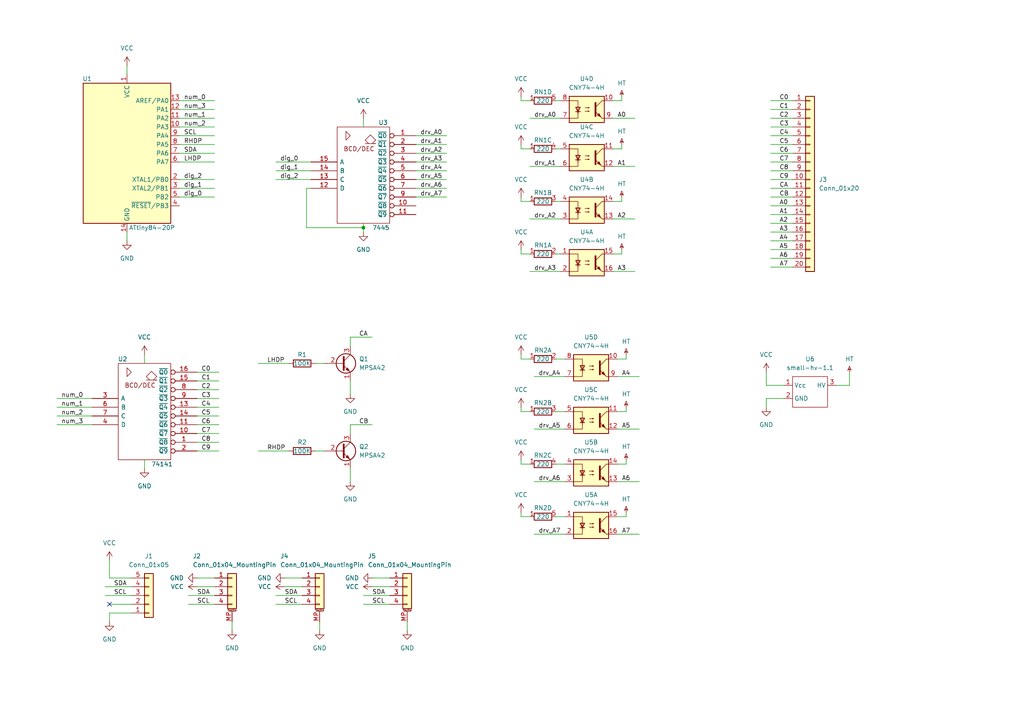
<source format=kicad_sch>
(kicad_sch (version 20211123) (generator eeschema)
  (paper "A4")
  (lib_symbols
    (symbol "74xx_IEEE:74141" (pin_names (offset 0.762))
      (property "Reference" "U" (at 0 0 0))
      (property "Value" "74141" (at 7.62 -15.24 0))
      (symbol "74141_0_0"
        (polyline (pts (xy 3.556 9.144) (xy 3.048 9.144) (xy 3.048 9.144)))
        (polyline (pts (xy -5.08 12.7) (xy -5.08 10.16) (xy -3.81 11.43) (xy -5.08 12.7) (xy -5.08 12.7)))
        (polyline (pts (xy 2.54 9.144) (xy 3.556 10.16) (xy 2.032 11.684) (xy 0.508 10.16) (xy 1.524 9.144) (xy 0.508 9.144) (xy 3.556 9.144)))
        (text "BCD/DEC" (at -1.27 7.62 0) (effects (font (size 1.27 1.27))))
        (pin power_in line (at 0 -13.97 90) (length 0) hide (name "GND") (number "12"))
        (pin power_in line (at 0 13.97 270) (length 0) hide (name "VCC") (number "5"))
      )
      (symbol "74141_0_1"
        (rectangle (start -7.62 13.97) (end 7.62 -13.97))
      )
      (symbol "74141_1_1"
        (pin open_collector inverted (at 15.24 -8.89 180) (length 7.62) (name "~{Q8}") (number "1"))
        (pin open_collector inverted (at 15.24 -6.35 180) (length 7.62) (name "~{Q7}") (number "10"))
        (pin open_collector inverted (at 15.24 -3.81 180) (length 7.62) (name "~{Q6}") (number "11"))
        (pin open_collector inverted (at 15.24 1.27 180) (length 7.62) (name "~{Q4}") (number "13"))
        (pin open_collector inverted (at 15.24 -1.27 180) (length 7.62) (name "~{Q5}") (number "14"))
        (pin open_collector inverted (at 15.24 8.89 180) (length 7.62) (name "~{Q1}") (number "15"))
        (pin open_collector inverted (at 15.24 11.43 180) (length 7.62) (name "~{Q0}") (number "16"))
        (pin open_collector inverted (at 15.24 -11.43 180) (length 7.62) (name "~{Q9}") (number "2"))
        (pin input line (at -15.24 3.81 0) (length 7.62) (name "A") (number "3"))
        (pin input line (at -15.24 -3.81 0) (length 7.62) (name "D") (number "4"))
        (pin input line (at -15.24 1.27 0) (length 7.62) (name "B") (number "6"))
        (pin input line (at -15.24 -1.27 0) (length 7.62) (name "C") (number "7"))
        (pin open_collector inverted (at 15.24 6.35 180) (length 7.62) (name "~{Q2}") (number "8"))
        (pin open_collector inverted (at 15.24 3.81 180) (length 7.62) (name "~{Q3}") (number "9"))
      )
    )
    (symbol "74xx_IEEE:7445" (pin_names (offset 0.762))
      (property "Reference" "U" (at 6.35 15.24 0))
      (property "Value" "7445" (at 7.62 -15.24 0))
      (symbol "7445_0_0"
        (polyline (pts (xy 3.556 9.144) (xy 3.048 9.144) (xy 3.048 9.144)))
        (polyline (pts (xy -5.08 12.7) (xy -5.08 10.16) (xy -3.81 11.43) (xy -5.08 12.7) (xy -5.08 12.7)))
        (polyline (pts (xy 2.54 9.144) (xy 3.556 10.16) (xy 2.032 11.684) (xy 0.508 10.16) (xy 1.524 9.144) (xy 0.508 9.144) (xy 3.556 9.144)))
        (text "BCD/DEC" (at -1.27 7.62 0) (effects (font (size 1.27 1.27))))
        (pin power_in line (at 0 13.97 270) (length 0) hide (name "VCC") (number "16"))
        (pin power_in line (at 0 -13.97 90) (length 0) hide (name "GND") (number "8"))
      )
      (symbol "7445_0_1"
        (rectangle (start -7.62 13.97) (end 7.62 -13.97))
      )
      (symbol "7445_1_1"
        (pin open_collector inverted (at 15.24 11.43 180) (length 7.62) (name "~{Q0}") (number "1"))
        (pin open_collector inverted (at 15.24 -8.89 180) (length 7.62) (name "~{Q8}") (number "10"))
        (pin open_collector inverted (at 15.24 -11.43 180) (length 7.62) (name "~{Q9}") (number "11"))
        (pin input line (at -15.24 -3.81 0) (length 7.62) (name "D") (number "12"))
        (pin input line (at -15.24 -1.27 0) (length 7.62) (name "C") (number "13"))
        (pin input line (at -15.24 1.27 0) (length 7.62) (name "B") (number "14"))
        (pin input line (at -15.24 3.81 0) (length 7.62) (name "A") (number "15"))
        (pin open_collector inverted (at 15.24 8.89 180) (length 7.62) (name "~{Q1}") (number "2"))
        (pin open_collector inverted (at 15.24 6.35 180) (length 7.62) (name "~{Q2}") (number "3"))
        (pin open_collector inverted (at 15.24 3.81 180) (length 7.62) (name "~{Q3}") (number "4"))
        (pin open_collector inverted (at 15.24 1.27 180) (length 7.62) (name "~{Q4}") (number "5"))
        (pin open_collector inverted (at 15.24 -1.27 180) (length 7.62) (name "~{Q5}") (number "6"))
        (pin open_collector inverted (at 15.24 -3.81 180) (length 7.62) (name "~{Q6}") (number "7"))
        (pin open_collector inverted (at 15.24 -6.35 180) (length 7.62) (name "~{Q7}") (number "9"))
      )
    )
    (symbol "Connector_Generic:Conn_01x05" (pin_names (offset 1.016) hide)
      (property "Reference" "J" (at 0 7.62 0))
      (property "Value" "Conn_01x05" (at 0 -7.62 0))
      (symbol "Conn_01x05_1_1"
        (rectangle (start -1.27 -4.953) (end 0 -5.207) (stroke (width 0.1524)))
        (rectangle (start -1.27 -2.413) (end 0 -2.667) (stroke (width 0.1524)))
        (rectangle (start -1.27 0.127) (end 0 -0.127) (stroke (width 0.1524)))
        (rectangle (start -1.27 2.667) (end 0 2.413) (stroke (width 0.1524)))
        (rectangle (start -1.27 5.207) (end 0 4.953) (stroke (width 0.1524)))
        (rectangle (start -1.27 6.35) (end 1.27 -6.35) (stroke (width 0.254)) (fill (type background)))
        (pin passive line (at -5.08 5.08 0) (length 3.81) (name "Pin_1") (number "1"))
        (pin passive line (at -5.08 2.54 0) (length 3.81) (name "Pin_2") (number "2"))
        (pin passive line (at -5.08 0 0) (length 3.81) (name "Pin_3") (number "3"))
        (pin passive line (at -5.08 -2.54 0) (length 3.81) (name "Pin_4") (number "4"))
        (pin passive line (at -5.08 -5.08 0) (length 3.81) (name "Pin_5") (number "5"))
      )
    )
    (symbol "Connector_Generic:Conn_01x20" (pin_names (offset 1.016) hide)
      (property "Reference" "J" (at 0 25.4 0))
      (property "Value" "Conn_01x20" (at 0 -27.94 0))
      (symbol "Conn_01x20_1_1"
        (rectangle (start -1.27 -25.273) (end 0 -25.527) (stroke (width 0.1524)))
        (rectangle (start -1.27 -22.733) (end 0 -22.987) (stroke (width 0.1524)))
        (rectangle (start -1.27 -20.193) (end 0 -20.447) (stroke (width 0.1524)))
        (rectangle (start -1.27 -17.653) (end 0 -17.907) (stroke (width 0.1524)))
        (rectangle (start -1.27 -15.113) (end 0 -15.367) (stroke (width 0.1524)))
        (rectangle (start -1.27 -12.573) (end 0 -12.827) (stroke (width 0.1524)))
        (rectangle (start -1.27 -10.033) (end 0 -10.287) (stroke (width 0.1524)))
        (rectangle (start -1.27 -7.493) (end 0 -7.747) (stroke (width 0.1524)))
        (rectangle (start -1.27 -4.953) (end 0 -5.207) (stroke (width 0.1524)))
        (rectangle (start -1.27 -2.413) (end 0 -2.667) (stroke (width 0.1524)))
        (rectangle (start -1.27 0.127) (end 0 -0.127) (stroke (width 0.1524)))
        (rectangle (start -1.27 2.667) (end 0 2.413) (stroke (width 0.1524)))
        (rectangle (start -1.27 5.207) (end 0 4.953) (stroke (width 0.1524)))
        (rectangle (start -1.27 7.747) (end 0 7.493) (stroke (width 0.1524)))
        (rectangle (start -1.27 10.287) (end 0 10.033) (stroke (width 0.1524)))
        (rectangle (start -1.27 12.827) (end 0 12.573) (stroke (width 0.1524)))
        (rectangle (start -1.27 15.367) (end 0 15.113) (stroke (width 0.1524)))
        (rectangle (start -1.27 17.907) (end 0 17.653) (stroke (width 0.1524)))
        (rectangle (start -1.27 20.447) (end 0 20.193) (stroke (width 0.1524)))
        (rectangle (start -1.27 22.987) (end 0 22.733) (stroke (width 0.1524)))
        (rectangle (start -1.27 24.13) (end 1.27 -26.67) (stroke (width 0.254)) (fill (type background)))
        (pin passive line (at -5.08 22.86 0) (length 3.81) (name "Pin_1") (number "1"))
        (pin passive line (at -5.08 0 0) (length 3.81) (name "Pin_10") (number "10"))
        (pin passive line (at -5.08 -2.54 0) (length 3.81) (name "Pin_11") (number "11"))
        (pin passive line (at -5.08 -5.08 0) (length 3.81) (name "Pin_12") (number "12"))
        (pin passive line (at -5.08 -7.62 0) (length 3.81) (name "Pin_13") (number "13"))
        (pin passive line (at -5.08 -10.16 0) (length 3.81) (name "Pin_14") (number "14"))
        (pin passive line (at -5.08 -12.7 0) (length 3.81) (name "Pin_15") (number "15"))
        (pin passive line (at -5.08 -15.24 0) (length 3.81) (name "Pin_16") (number "16"))
        (pin passive line (at -5.08 -17.78 0) (length 3.81) (name "Pin_17") (number "17"))
        (pin passive line (at -5.08 -20.32 0) (length 3.81) (name "Pin_18") (number "18"))
        (pin passive line (at -5.08 -22.86 0) (length 3.81) (name "Pin_19") (number "19"))
        (pin passive line (at -5.08 20.32 0) (length 3.81) (name "Pin_2") (number "2"))
        (pin passive line (at -5.08 -25.4 0) (length 3.81) (name "Pin_20") (number "20"))
        (pin passive line (at -5.08 17.78 0) (length 3.81) (name "Pin_3") (number "3"))
        (pin passive line (at -5.08 15.24 0) (length 3.81) (name "Pin_4") (number "4"))
        (pin passive line (at -5.08 12.7 0) (length 3.81) (name "Pin_5") (number "5"))
        (pin passive line (at -5.08 10.16 0) (length 3.81) (name "Pin_6") (number "6"))
        (pin passive line (at -5.08 7.62 0) (length 3.81) (name "Pin_7") (number "7"))
        (pin passive line (at -5.08 5.08 0) (length 3.81) (name "Pin_8") (number "8"))
        (pin passive line (at -5.08 2.54 0) (length 3.81) (name "Pin_9") (number "9"))
      )
    )
    (symbol "Connector_Generic_MountingPin:Conn_01x04_MountingPin" (pin_names (offset 1.016) hide)
      (property "Reference" "J" (at 0 5.08 0))
      (property "Value" "Conn_01x04_MountingPin" (at 1.27 -7.62 0))
      (symbol "Conn_01x04_MountingPin_1_1"
        (rectangle (start -1.27 -4.953) (end 0 -5.207) (stroke (width 0.1524)))
        (rectangle (start -1.27 -2.413) (end 0 -2.667) (stroke (width 0.1524)))
        (rectangle (start -1.27 0.127) (end 0 -0.127) (stroke (width 0.1524)))
        (rectangle (start -1.27 2.667) (end 0 2.413) (stroke (width 0.1524)))
        (rectangle (start -1.27 3.81) (end 1.27 -6.35) (stroke (width 0.254)) (fill (type background)))
        (polyline (pts (xy -1.016 -7.112) (xy 1.016 -7.112)) (stroke (width 0.1524)))
        (text "Mounting" (at 0 -6.731 0) (effects (font (size 0.381 0.381))))
        (pin passive line (at -5.08 2.54 0) (length 3.81) (name "Pin_1") (number "1"))
        (pin passive line (at -5.08 0 0) (length 3.81) (name "Pin_2") (number "2"))
        (pin passive line (at -5.08 -2.54 0) (length 3.81) (name "Pin_3") (number "3"))
        (pin passive line (at -5.08 -5.08 0) (length 3.81) (name "Pin_4") (number "4"))
        (pin passive line (at 0 -10.16 90) (length 3.048) (name "MountPin") (number "MP"))
      )
    )
    (symbol "Device:R" (pin_numbers hide) (pin_names (offset 0))
      (property "Reference" "R" (at 2.032 0 90))
      (property "Value" "R" (at 0 0 90))
      (symbol "R_0_1"
        (rectangle (start -1.016 -2.54) (end 1.016 2.54) (stroke (width 0.254)))
      )
      (symbol "R_1_1"
        (pin passive line (at 0 3.81 270) (length 1.27) (name "~") (number "1"))
        (pin passive line (at 0 -3.81 90) (length 1.27) (name "~") (number "2"))
      )
    )
    (symbol "Device:R_Network04_Split" (pin_names (offset 0) hide)
      (property "Reference" "RN" (at 2.032 0 90))
      (property "Value" "R_Network04_Split" (at 0 0 90))
      (symbol "R_Network04_Split_0_1"
        (rectangle (start 1.016 2.54) (end -1.016 -2.54) (stroke (width 0.254)))
      )
      (symbol "R_Network04_Split_1_1"
        (pin passive line (at 0 3.81 270) (length 1.27) (name "R1.1") (number "1"))
        (pin passive line (at 0 -3.81 90) (length 1.27) (name "R1.2") (number "2"))
      )
      (symbol "R_Network04_Split_2_1"
        (polyline (pts (xy 0 2.54) (xy 0 3.81)))
        (text "1" (at 0.889 3.175 900) (effects (font (size 1.27 1.27))))
        (pin passive line (at 0 -3.81 90) (length 1.27) (name "R2.2") (number "3"))
      )
      (symbol "R_Network04_Split_3_1"
        (polyline (pts (xy 0 2.54) (xy 0 3.81)))
        (text "1" (at 0.889 3.175 900) (effects (font (size 1.27 1.27))))
        (pin passive line (at 0 -3.81 90) (length 1.27) (name "R3.2") (number "4"))
      )
      (symbol "R_Network04_Split_4_1"
        (polyline (pts (xy 0 2.54) (xy 0 3.81)))
        (text "1" (at 0.889 3.175 900) (effects (font (size 1.27 1.27))))
        (pin passive line (at 0 -3.81 90) (length 1.27) (name "R4.2") (number "5"))
      )
    )
    (symbol "GND_1" (power) (pin_names (offset 0))
      (property "Value" "GND_1" (at 0 -3.81 0))
      (symbol "GND_1_0_1"
        (polyline (pts (xy 0 0) (xy 0 -1.27) (xy 1.27 -1.27) (xy 0 -2.54) (xy -1.27 -1.27) (xy 0 -1.27)))
      )
      (symbol "GND_1_1_1"
        (pin power_in line (at 0 0 270) (length 0) hide (name "GND") (number "1"))
      )
    )
    (symbol "HT_1" (power) (pin_names (offset 0))
      (property "Value" "HT_1" (at 0 2.286 0))
      (symbol "HT_1_0_0"
        (pin power_in line (at 0 0 90) (length 0) hide (name "HT") (number "1"))
      )
      (symbol "HT_1_0_1"
        (polyline (pts (xy 0 0) (xy 0 1.016) (xy 0 1.016)))
        (polyline (pts (xy 0 1.016) (xy 0.508 0.508) (xy 0 1.778) (xy -0.508 0.508) (xy 0 1.016) (xy 0 1.016)))
      )
    )
    (symbol "MCU_Microchip_ATtiny:ATtiny84-20P"
      (property "Reference" "U" (at -12.7 21.59 0))
      (property "Value" "ATtiny84-20P" (at 2.54 -21.59 0))
      (symbol "ATtiny84-20P_0_1"
        (rectangle (start -12.7 -20.32) (end 12.7 20.32) (stroke (width 0.254)) (fill (type background)))
      )
      (symbol "ATtiny84-20P_1_1"
        (pin power_in line (at 0 22.86 270) (length 2.54) (name "VCC") (number "1"))
        (pin bidirectional line (at 15.24 7.62 180) (length 2.54) (name "PA3") (number "10"))
        (pin bidirectional line (at 15.24 10.16 180) (length 2.54) (name "PA2") (number "11"))
        (pin bidirectional line (at 15.24 12.7 180) (length 2.54) (name "PA1") (number "12"))
        (pin bidirectional line (at 15.24 15.24 180) (length 2.54) (name "AREF/PA0") (number "13"))
        (pin power_in line (at 0 -22.86 90) (length 2.54) (name "GND") (number "14"))
        (pin bidirectional line (at 15.24 -7.62 180) (length 2.54) (name "XTAL1/PB0") (number "2"))
        (pin bidirectional line (at 15.24 -10.16 180) (length 2.54) (name "XTAL2/PB1") (number "3"))
        (pin bidirectional line (at 15.24 -15.24 180) (length 2.54) (name "~{RESET}/PB3") (number "4"))
        (pin bidirectional line (at 15.24 -12.7 180) (length 2.54) (name "PB2") (number "5"))
        (pin bidirectional line (at 15.24 -2.54 180) (length 2.54) (name "PA7") (number "6"))
        (pin bidirectional line (at 15.24 0 180) (length 2.54) (name "PA6") (number "7"))
        (pin bidirectional line (at 15.24 2.54 180) (length 2.54) (name "PA5") (number "8"))
        (pin bidirectional line (at 15.24 5.08 180) (length 2.54) (name "PA4") (number "9"))
      )
    )
    (symbol "Transistor_BJT:MPSA42" (pin_names (offset 1.016) hide)
      (property "Reference" "Q" (at 5.08 1.905 0))
      (property "Value" "MPSA42" (at 5.08 0 0))
      (symbol "MPSA42_0_1"
        (polyline (pts (xy 0 0) (xy 0.635 0)))
        (polyline (pts (xy 0.635 0.635) (xy 2.54 2.54)))
        (polyline (pts (xy 0.635 -0.635) (xy 2.54 -2.54) (xy 2.54 -2.54)))
        (polyline (pts (xy 0.635 1.905) (xy 0.635 -1.905) (xy 0.635 -1.905)) (stroke (width 0.508)))
        (polyline (pts (xy 1.27 -1.778) (xy 1.778 -1.27) (xy 2.286 -2.286) (xy 1.27 -1.778) (xy 1.27 -1.778)) (fill (type outline)))
        (circle (center 1.27 0) (radius 2.8194) (stroke (width 0.254)))
      )
      (symbol "MPSA42_1_1"
        (pin passive line (at 2.54 -5.08 90) (length 2.54) (name "E") (number "1"))
        (pin input line (at -5.08 0 0) (length 5.08) (name "B") (number "2"))
        (pin passive line (at 2.54 5.08 270) (length 2.54) (name "C") (number "3"))
      )
    )
    (symbol "VCC_1" (power) (pin_names (offset 0))
      (property "Value" "VCC_1" (at 0 3.81 0))
      (symbol "VCC_1_0_1"
        (polyline (pts (xy -0.762 1.27) (xy 0 2.54)))
        (polyline (pts (xy 0 0) (xy 0 2.54)))
        (polyline (pts (xy 0 2.54) (xy 0.762 1.27)))
      )
      (symbol "VCC_1_1_1"
        (pin power_in line (at 0 0 90) (length 0) hide (name "VCC") (number "1"))
      )
    )
    (symbol "VCC_2" (power) (pin_names (offset 0))
      (property "Value" "VCC_2" (at 0 3.81 0))
      (symbol "VCC_2_0_1"
        (polyline (pts (xy -0.762 1.27) (xy 0 2.54)))
        (polyline (pts (xy 0 0) (xy 0 2.54)))
        (polyline (pts (xy 0 2.54) (xy 0.762 1.27)))
      )
      (symbol "VCC_2_1_1"
        (pin power_in line (at 0 0 90) (length 0) hide (name "VCC") (number "1"))
      )
    )
    (symbol "nixie-parts:CNY74-4H" (pin_names (offset 1.016))
      (property "Reference" "U" (at -3.81 5.08 0))
      (property "Value" "CNY74-4H" (at 0 -5.08 0))
      (symbol "CNY74-4H_0_1"
        (rectangle (start -5.08 3.81) (end 5.08 -3.81) (stroke (width 0.254)) (fill (type background)))
        (polyline (pts (xy -3.175 -0.635) (xy -1.905 -0.635)) (stroke (width 0.254)))
        (polyline (pts (xy 2.54 0.635) (xy 4.445 2.54)))
        (polyline (pts (xy 4.445 -2.54) (xy 2.54 -0.635)) (fill (type outline)))
        (polyline (pts (xy 4.445 -2.54) (xy 5.08 -2.54)))
        (polyline (pts (xy 4.445 2.54) (xy 5.08 2.54)))
        (polyline (pts (xy -2.54 -0.635) (xy -2.54 -2.54) (xy -5.08 -2.54)))
        (polyline (pts (xy 2.54 1.905) (xy 2.54 -1.905) (xy 2.54 -1.905)) (stroke (width 0.508)))
        (polyline (pts (xy -5.08 2.54) (xy -2.54 2.54) (xy -2.54 -1.27) (xy -2.54 0.635)))
        (polyline (pts (xy -2.54 -0.635) (xy -3.175 0.635) (xy -1.905 0.635) (xy -2.54 -0.635)) (stroke (width 0.254)))
        (polyline (pts (xy -0.508 -0.508) (xy 0.762 -0.508) (xy 0.381 -0.635) (xy 0.381 -0.381) (xy 0.762 -0.508)))
        (polyline (pts (xy -0.508 0.508) (xy 0.762 0.508) (xy 0.381 0.381) (xy 0.381 0.635) (xy 0.762 0.508)))
        (polyline (pts (xy 3.048 -1.651) (xy 3.556 -1.143) (xy 4.064 -2.159) (xy 3.048 -1.651) (xy 3.048 -1.651)) (fill (type outline)))
      )
      (symbol "CNY74-4H_1_1"
        (pin passive line (at -7.62 2.54 0) (length 2.54) (name "~") (number "1"))
        (pin passive line (at 7.62 2.54 180) (length 2.54) (name "~") (number "15"))
        (pin passive line (at 7.62 -2.54 180) (length 2.54) (name "~") (number "16"))
        (pin passive line (at -7.62 -2.54 0) (length 2.54) (name "~") (number "2"))
      )
      (symbol "CNY74-4H_2_1"
        (pin passive line (at 7.62 -2.54 180) (length 2.54) (name "~") (number "13"))
        (pin passive line (at 7.62 2.54 180) (length 2.54) (name "~") (number "14"))
        (pin passive line (at -7.62 -2.54 0) (length 2.54) (name "~") (number "3"))
        (pin passive line (at -7.62 2.54 0) (length 2.54) (name "~") (number "4"))
      )
      (symbol "CNY74-4H_3_1"
        (pin passive line (at 7.62 2.54 180) (length 2.54) (name "~") (number "11"))
        (pin passive line (at 7.62 -2.54 180) (length 2.54) (name "~") (number "12"))
        (pin passive line (at -7.62 2.54 0) (length 2.54) (name "~") (number "5"))
        (pin passive line (at -7.62 -2.54 0) (length 2.54) (name "~") (number "6"))
      )
      (symbol "CNY74-4H_4_1"
        (pin passive line (at 7.62 2.54 180) (length 2.54) (name "~") (number "10"))
        (pin passive line (at -7.62 -2.54 0) (length 2.54) (name "~") (number "7"))
        (pin passive line (at -7.62 2.54 0) (length 2.54) (name "~") (number "8"))
        (pin passive line (at 7.62 -2.54 180) (length 2.54) (name "~") (number "9"))
      )
    )
    (symbol "nixie-parts:small-hv-1.1"
      (property "Reference" "U" (at 3.81 5.08 0))
      (property "Value" "small-hv-1.1" (at 0 -6.35 0))
      (symbol "small-hv-1.1_0_1"
        (rectangle (start -5.08 3.81) (end 5.08 -5.08))
      )
      (symbol "small-hv-1.1_1_1"
        (pin power_in line (at -7.62 1.27 0) (length 2.54) (name "Vcc") (number "1"))
        (pin power_in line (at -7.62 -2.54 0) (length 2.54) (name "GND") (number "2"))
        (pin power_out line (at 7.62 1.27 180) (length 2.54) (name "HV") (number "3"))
      )
    )
    (symbol "power:GND" (power) (pin_names (offset 0))
      (property "Value" "GND" (at 0 -3.81 0))
      (symbol "GND_0_1"
        (polyline (pts (xy 0 0) (xy 0 -1.27) (xy 1.27 -1.27) (xy 0 -2.54) (xy -1.27 -1.27) (xy 0 -1.27)))
      )
      (symbol "GND_1_1"
        (pin power_in line (at 0 0 270) (length 0) hide (name "GND") (number "1"))
      )
    )
    (symbol "power:HT" (power) (pin_names (offset 0))
      (property "Value" "HT" (at 0 2.286 0))
      (symbol "HT_0_0"
        (pin power_in line (at 0 0 90) (length 0) hide (name "HT") (number "1"))
      )
      (symbol "HT_0_1"
        (polyline (pts (xy 0 0) (xy 0 1.016) (xy 0 1.016)))
        (polyline (pts (xy 0 1.016) (xy 0.508 0.508) (xy 0 1.778) (xy -0.508 0.508) (xy 0 1.016) (xy 0 1.016)))
      )
    )
    (symbol "power:VCC" (power) (pin_names (offset 0))
      (property "Value" "VCC" (at 0 3.81 0))
      (symbol "VCC_0_1"
        (polyline (pts (xy -0.762 1.27) (xy 0 2.54)))
        (polyline (pts (xy 0 0) (xy 0 2.54)))
        (polyline (pts (xy 0 2.54) (xy 0.762 1.27)))
      )
      (symbol "VCC_1_1"
        (pin power_in line (at 0 0 90) (length 0) hide (name "VCC") (number "1"))
      )
    )
  )
  (junction (at 105.41 66.04))
  (no_connect (at 31.75 175.26))
  (wire (pts (xy 52.07 39.37) (xy 62.23 39.37)))
  (wire (pts (xy 151.13 27.94) (xy 151.13 29.21)))
  (wire (pts (xy 181.61 118.11) (xy 181.61 119.38)))
  (wire (pts (xy 181.61 119.38) (xy 179.07 119.38)))
  (wire (pts (xy 57.15 123.19) (xy 63.5 123.19)))
  (wire (pts (xy 153.67 58.42) (xy 151.13 58.42)))
  (wire (pts (xy 80.01 46.99) (xy 90.17 46.99)))
  (wire (pts (xy 223.52 52.07) (xy 229.87 52.07)))
  (wire (pts (xy 120.65 41.91) (xy 129.54 41.91)))
  (wire (pts (xy 105.41 172.72) (xy 113.03 172.72)))
  (wire (pts (xy 181.61 148.59) (xy 181.61 149.86)))
  (wire (pts (xy 154.94 139.7) (xy 163.83 139.7)))
  (wire (pts (xy 223.52 72.39) (xy 229.87 72.39)))
  (wire (pts (xy 161.29 134.62) (xy 163.83 134.62)))
  (wire (pts (xy 91.44 105.41) (xy 93.98 105.41)))
  (wire (pts (xy 38.1 167.64) (xy 31.75 167.64)))
  (wire (pts (xy 151.13 148.59) (xy 151.13 149.86)))
  (wire (pts (xy 177.8 63.5) (xy 184.15 63.5)))
  (wire (pts (xy 153.67 119.38) (xy 151.13 119.38)))
  (wire (pts (xy 57.15 170.18) (xy 62.23 170.18)))
  (wire (pts (xy 80.01 49.53) (xy 90.17 49.53)))
  (wire (pts (xy 36.83 67.31) (xy 36.83 69.85)))
  (wire (pts (xy 223.52 36.83) (xy 229.87 36.83)))
  (wire (pts (xy 80.01 52.07) (xy 90.17 52.07)))
  (wire (pts (xy 105.41 64.77) (xy 105.41 66.04)))
  (wire (pts (xy 80.01 175.26) (xy 87.63 175.26)))
  (wire (pts (xy 151.13 57.15) (xy 151.13 58.42)))
  (wire (pts (xy 177.8 48.26) (xy 184.15 48.26)))
  (wire (pts (xy 223.52 44.45) (xy 229.87 44.45)))
  (wire (pts (xy 180.34 29.21) (xy 177.8 29.21)))
  (wire (pts (xy 90.17 54.61) (xy 88.9 54.61)))
  (wire (pts (xy 57.15 128.27) (xy 63.5 128.27)))
  (wire (pts (xy 154.94 124.46) (xy 163.83 124.46)))
  (wire (pts (xy 223.52 59.69) (xy 229.87 59.69)))
  (wire (pts (xy 180.34 73.66) (xy 177.8 73.66)))
  (wire (pts (xy 52.07 29.21) (xy 62.23 29.21)))
  (wire (pts (xy 52.07 57.15) (xy 62.23 57.15)))
  (wire (pts (xy 57.15 167.64) (xy 62.23 167.64)))
  (wire (pts (xy 120.65 52.07) (xy 129.54 52.07)))
  (wire (pts (xy 154.94 154.94) (xy 163.83 154.94)))
  (wire (pts (xy 54.61 175.26) (xy 62.23 175.26)))
  (wire (pts (xy 80.01 172.72) (xy 87.63 172.72)))
  (wire (pts (xy 223.52 77.47) (xy 229.87 77.47)))
  (wire (pts (xy 246.38 111.76) (xy 246.38 107.95)))
  (wire (pts (xy 120.65 39.37) (xy 129.54 39.37)))
  (wire (pts (xy 88.9 66.04) (xy 105.41 66.04)))
  (wire (pts (xy 41.91 102.87) (xy 41.91 105.41)))
  (wire (pts (xy 57.15 120.65) (xy 63.5 120.65)))
  (wire (pts (xy 16.51 115.57) (xy 26.67 115.57)))
  (wire (pts (xy 120.65 44.45) (xy 129.54 44.45)))
  (wire (pts (xy 120.65 57.15) (xy 129.54 57.15)))
  (wire (pts (xy 161.29 58.42) (xy 162.56 58.42)))
  (wire (pts (xy 31.75 162.56) (xy 31.75 167.64)))
  (wire (pts (xy 153.67 73.66) (xy 151.13 73.66)))
  (wire (pts (xy 120.65 54.61) (xy 129.54 54.61)))
  (wire (pts (xy 181.61 104.14) (xy 179.07 104.14)))
  (wire (pts (xy 16.51 118.11) (xy 26.67 118.11)))
  (wire (pts (xy 153.67 104.14) (xy 151.13 104.14)))
  (wire (pts (xy 180.34 27.94) (xy 180.34 29.21)))
  (wire (pts (xy 223.52 74.93) (xy 229.87 74.93)))
  (wire (pts (xy 120.65 49.53) (xy 129.54 49.53)))
  (wire (pts (xy 153.67 149.86) (xy 151.13 149.86)))
  (wire (pts (xy 161.29 104.14) (xy 163.83 104.14)))
  (wire (pts (xy 151.13 41.91) (xy 151.13 43.18)))
  (wire (pts (xy 223.52 64.77) (xy 229.87 64.77)))
  (wire (pts (xy 57.15 113.03) (xy 63.5 113.03)))
  (wire (pts (xy 30.48 172.72) (xy 38.1 172.72)))
  (wire (pts (xy 180.34 72.39) (xy 180.34 73.66)))
  (wire (pts (xy 57.15 130.81) (xy 63.5 130.81)))
  (wire (pts (xy 227.33 115.57) (xy 222.25 115.57)))
  (wire (pts (xy 101.6 135.89) (xy 101.6 139.7)))
  (wire (pts (xy 82.55 170.18) (xy 87.63 170.18)))
  (wire (pts (xy 101.6 100.33) (xy 101.6 97.79)))
  (wire (pts (xy 67.31 180.34) (xy 67.31 182.88)))
  (wire (pts (xy 105.41 175.26) (xy 113.03 175.26)))
  (wire (pts (xy 91.44 130.81) (xy 93.98 130.81)))
  (wire (pts (xy 38.1 177.8) (xy 31.75 177.8)))
  (wire (pts (xy 52.07 46.99) (xy 62.23 46.99)))
  (wire (pts (xy 82.55 167.64) (xy 87.63 167.64)))
  (wire (pts (xy 180.34 58.42) (xy 177.8 58.42)))
  (wire (pts (xy 31.75 177.8) (xy 31.75 180.34)))
  (wire (pts (xy 180.34 41.91) (xy 180.34 43.18)))
  (wire (pts (xy 181.61 133.35) (xy 181.61 134.62)))
  (wire (pts (xy 153.67 134.62) (xy 151.13 134.62)))
  (wire (pts (xy 177.8 78.74) (xy 184.15 78.74)))
  (wire (pts (xy 52.07 31.75) (xy 62.23 31.75)))
  (wire (pts (xy 16.51 123.19) (xy 26.67 123.19)))
  (wire (pts (xy 161.29 73.66) (xy 162.56 73.66)))
  (wire (pts (xy 223.52 39.37) (xy 229.87 39.37)))
  (wire (pts (xy 153.67 34.29) (xy 162.56 34.29)))
  (wire (pts (xy 57.15 107.95) (xy 63.5 107.95)))
  (wire (pts (xy 30.48 170.18) (xy 38.1 170.18)))
  (wire (pts (xy 153.67 63.5) (xy 162.56 63.5)))
  (wire (pts (xy 105.41 34.29) (xy 105.41 36.83)))
  (wire (pts (xy 153.67 29.21) (xy 151.13 29.21)))
  (wire (pts (xy 161.29 119.38) (xy 163.83 119.38)))
  (wire (pts (xy 57.15 118.11) (xy 63.5 118.11)))
  (wire (pts (xy 101.6 97.79) (xy 107.95 97.79)))
  (wire (pts (xy 161.29 43.18) (xy 162.56 43.18)))
  (wire (pts (xy 227.33 111.76) (xy 222.25 111.76)))
  (wire (pts (xy 177.8 34.29) (xy 184.15 34.29)))
  (wire (pts (xy 154.94 109.22) (xy 163.83 109.22)))
  (wire (pts (xy 223.52 29.21) (xy 229.87 29.21)))
  (wire (pts (xy 16.51 120.65) (xy 26.67 120.65)))
  (wire (pts (xy 52.07 34.29) (xy 62.23 34.29)))
  (wire (pts (xy 223.52 31.75) (xy 229.87 31.75)))
  (wire (pts (xy 161.29 29.21) (xy 162.56 29.21)))
  (wire (pts (xy 74.93 105.41) (xy 83.82 105.41)))
  (wire (pts (xy 179.07 124.46) (xy 185.42 124.46)))
  (wire (pts (xy 222.25 115.57) (xy 222.25 118.11)))
  (wire (pts (xy 57.15 115.57) (xy 63.5 115.57)))
  (wire (pts (xy 52.07 44.45) (xy 62.23 44.45)))
  (wire (pts (xy 101.6 110.49) (xy 101.6 114.3)))
  (wire (pts (xy 88.9 54.61) (xy 88.9 66.04)))
  (wire (pts (xy 101.6 125.73) (xy 101.6 123.19)))
  (wire (pts (xy 57.15 110.49) (xy 63.5 110.49)))
  (wire (pts (xy 223.52 67.31) (xy 229.87 67.31)))
  (wire (pts (xy 223.52 69.85) (xy 229.87 69.85)))
  (wire (pts (xy 223.52 49.53) (xy 229.87 49.53)))
  (wire (pts (xy 181.61 102.87) (xy 181.61 104.14)))
  (wire (pts (xy 179.07 109.22) (xy 185.42 109.22)))
  (wire (pts (xy 153.67 43.18) (xy 151.13 43.18)))
  (wire (pts (xy 101.6 123.19) (xy 107.95 123.19)))
  (wire (pts (xy 54.61 172.72) (xy 62.23 172.72)))
  (wire (pts (xy 223.52 34.29) (xy 229.87 34.29)))
  (wire (pts (xy 223.52 46.99) (xy 229.87 46.99)))
  (wire (pts (xy 181.61 134.62) (xy 179.07 134.62)))
  (wire (pts (xy 52.07 52.07) (xy 62.23 52.07)))
  (wire (pts (xy 52.07 36.83) (xy 62.23 36.83)))
  (wire (pts (xy 118.11 180.34) (xy 118.11 182.88)))
  (wire (pts (xy 223.52 41.91) (xy 229.87 41.91)))
  (wire (pts (xy 74.93 130.81) (xy 83.82 130.81)))
  (wire (pts (xy 223.52 54.61) (xy 229.87 54.61)))
  (wire (pts (xy 223.52 62.23) (xy 229.87 62.23)))
  (wire (pts (xy 223.52 57.15) (xy 229.87 57.15)))
  (wire (pts (xy 181.61 149.86) (xy 179.07 149.86)))
  (wire (pts (xy 242.57 111.76) (xy 246.38 111.76)))
  (wire (pts (xy 107.95 170.18) (xy 113.03 170.18)))
  (wire (pts (xy 180.34 43.18) (xy 177.8 43.18)))
  (wire (pts (xy 36.83 19.05) (xy 36.83 21.59)))
  (wire (pts (xy 151.13 133.35) (xy 151.13 134.62)))
  (wire (pts (xy 105.41 66.04) (xy 105.41 67.31)))
  (wire (pts (xy 52.07 54.61) (xy 62.23 54.61)))
  (wire (pts (xy 52.07 41.91) (xy 62.23 41.91)))
  (wire (pts (xy 41.91 133.35) (xy 41.91 135.89)))
  (wire (pts (xy 180.34 57.15) (xy 180.34 58.42)))
  (wire (pts (xy 31.75 175.26) (xy 38.1 175.26)))
  (wire (pts (xy 151.13 72.39) (xy 151.13 73.66)))
  (wire (pts (xy 120.65 46.99) (xy 129.54 46.99)))
  (wire (pts (xy 153.67 48.26) (xy 162.56 48.26)))
  (wire (pts (xy 179.07 139.7) (xy 185.42 139.7)))
  (wire (pts (xy 92.71 180.34) (xy 92.71 182.88)))
  (wire (pts (xy 151.13 118.11) (xy 151.13 119.38)))
  (wire (pts (xy 57.15 125.73) (xy 63.5 125.73)))
  (wire (pts (xy 151.13 102.87) (xy 151.13 104.14)))
  (wire (pts (xy 222.25 107.95) (xy 222.25 111.76)))
  (wire (pts (xy 153.67 78.74) (xy 162.56 78.74)))
  (wire (pts (xy 107.95 167.64) (xy 113.03 167.64)))
  (wire (pts (xy 161.29 149.86) (xy 163.83 149.86)))
  (wire (pts (xy 179.07 154.94) (xy 185.42 154.94)))
  (label "CA" (at 226.06 54.61 0))
  (label "C6" (at 58.42 123.19 0))
  (label "C8" (at 58.42 128.27 0))
  (label "SCL" (at 107.95 175.26 0))
  (label "RHDP" (at 77.47 130.81 0))
  (label "C7" (at 226.06 46.99 0))
  (label "num_1" (at 17.78 118.11 0))
  (label "drv_A3" (at 121.92 46.99 0))
  (label "num_3" (at 17.78 123.19 0))
  (label "drv_A6" (at 156.21 139.7 0))
  (label "dig_2" (at 81.28 52.07 0))
  (label "A0" (at 226.06 59.69 0))
  (label "SDA" (at 107.95 172.72 0))
  (label "drv_A7" (at 156.21 154.94 0))
  (label "A2" (at 179.07 63.5 0))
  (label "LHDP" (at 53.34 46.99 0))
  (label "SDA" (at 53.34 44.45 0))
  (label "dig_1" (at 81.28 49.53 0))
  (label "SCL" (at 53.34 39.37 0))
  (label "A6" (at 180.34 139.7 0))
  (label "C1" (at 58.42 110.49 0))
  (label "A3" (at 179.07 78.74 0))
  (label "RHDP" (at 53.34 41.91 0))
  (label "dig_0" (at 53.34 57.15 0))
  (label "drv_A2" (at 121.92 44.45 0))
  (label "C4" (at 226.06 39.37 0))
  (label "dig_1" (at 53.34 54.61 0))
  (label "num_2" (at 53.34 36.83 0))
  (label "C2" (at 58.42 113.03 0))
  (label "drv_A6" (at 121.92 54.61 0))
  (label "num_0" (at 53.34 29.21 0))
  (label "C0" (at 58.42 107.95 0))
  (label "CB" (at 226.06 57.15 0))
  (label "C5" (at 226.06 41.91 0))
  (label "drv_A4" (at 121.92 49.53 0))
  (label "drv_A4" (at 156.21 109.22 0))
  (label "A5" (at 180.34 124.46 0))
  (label "C7" (at 58.42 125.73 0))
  (label "A1" (at 179.07 48.26 0))
  (label "drv_A3" (at 154.94 78.74 0))
  (label "A7" (at 180.34 154.94 0))
  (label "A0" (at 179.07 34.29 0))
  (label "C2" (at 226.06 34.29 0))
  (label "num_0" (at 17.78 115.57 0))
  (label "C9" (at 58.42 130.81 0))
  (label "SDA" (at 33.02 170.18 0))
  (label "dig_0" (at 81.28 46.99 0))
  (label "C3" (at 226.06 36.83 0))
  (label "SCL" (at 82.55 175.26 0))
  (label "C3" (at 58.42 115.57 0))
  (label "C1" (at 226.06 31.75 0))
  (label "num_1" (at 53.34 34.29 0))
  (label "A3" (at 226.06 67.31 0))
  (label "dig_2" (at 53.34 52.07 0))
  (label "SCL" (at 57.15 175.26 0))
  (label "drv_A7" (at 121.92 57.15 0))
  (label "drv_A0" (at 154.94 34.29 0))
  (label "C6" (at 226.06 44.45 0))
  (label "LHDP" (at 77.47 105.41 0))
  (label "C8" (at 226.06 49.53 0))
  (label "CB" (at 104.14 123.19 0))
  (label "num_2" (at 17.78 120.65 0))
  (label "C9" (at 226.06 52.07 0))
  (label "A7" (at 226.06 77.47 0))
  (label "drv_A2" (at 154.94 63.5 0))
  (label "SDA" (at 57.15 172.72 0))
  (label "A1" (at 226.06 62.23 0))
  (label "SDA" (at 82.55 172.72 0))
  (label "CA" (at 104.14 97.79 0))
  (label "A4" (at 226.06 69.85 0))
  (label "A6" (at 226.06 74.93 0))
  (label "C5" (at 58.42 120.65 0))
  (label "A2" (at 226.06 64.77 0))
  (label "drv_A1" (at 154.94 48.26 0))
  (label "C4" (at 58.42 118.11 0))
  (label "drv_A5" (at 121.92 52.07 0))
  (label "A4" (at 180.34 109.22 0))
  (label "num_3" (at 53.34 31.75 0))
  (label "drv_A5" (at 156.21 124.46 0))
  (label "drv_A1" (at 121.92 41.91 0))
  (label "SCL" (at 33.02 172.72 0))
  (label "C0" (at 226.06 29.21 0))
  (label "A5" (at 226.06 72.39 0))
  (label "drv_A0" (at 121.92 39.37 0))
  (symbol (lib_id "power:GND") (at 31.75 180.34 0) (unit 1)
    (property "Reference" "#PWR0114" (effects hide))
    (property "Value" "GND" (at 31.75 185.42 0))
  )
  (symbol (lib_id "power:VCC") (at 36.83 19.05 0) (unit 1)
    (property "Reference" "#PWR0111" (effects hide))
    (property "Value" "VCC" (at 36.83 13.97 0))
  )
  (symbol (lib_id "Device:R_Network04_Split") (at 157.48 104.14 90) (unit 1)
    (property "Reference" "RN2" (at 157.48 101.6 90))
    (property "Value" "220" (at 157.48 104.14 90))
    (property "Footprint" "Resistor_THT:R_Array_SIP5" (effects hide))
    (property "Datasheet" "http://www.vishay.com/docs/31509/csc.pdf" (effects hide))
  )
  (symbol (lib_id "power:VCC") (at 82.55 170.18 90) (unit 1)
    (property "Reference" "#PWR0132" (effects hide))
    (property "Value" "VCC" (at 78.74 170.1799 90) (effects (justify left)))
  )
  (symbol (lib_id "power:GND") (at 67.31 182.88 0) (unit 1)
    (property "Reference" "#PWR0115" (effects hide))
    (property "Value" "GND" (at 67.31 187.96 0))
  )
  (symbol (lib_id "nixie-parts:small-hv-1.1") (at 234.95 113.03 0) (unit 1)
    (property "Reference" "U6" (at 234.95 104.14 0))
    (property "Value" "small-hv-1.1" (at 234.95 106.68 0))
    (property "Footprint" "nixie-parts:small-hv-1.1" (effects hide))
  )
  (symbol (lib_id "Device:R") (at 87.63 130.81 90) (unit 1)
    (property "Reference" "R2" (at 87.63 128.27 90))
    (property "Value" "100K" (at 87.63 130.81 90))
    (property "Footprint" "Resistor_THT:R_Axial_DIN0207_L6.3mm_D2.5mm_P10.16mm_Horizontal" (effects hide))
  )
  (symbol (lib_id "power:HT") (at 180.34 27.94 0) (unit 1)
    (property "Reference" "#PWR0126" (effects hide))
    (property "Value" "HT" (at 180.34 24.13 0))
  )
  (symbol (lib_id "nixie-parts:CNY74-4H") (at 171.45 137.16 0) (unit 2)
    (property "Reference" "U5" (at 171.45 128.27 0))
    (property "Value" "CNY74-4H" (at 171.45 130.81 0))
    (property "Footprint" "Package_DIP:DIP-16_W7.62mm" (effects hide))
    (property "Datasheet" "https://www.vishay.com/docs/83526/83526.pdf" (effects hide))
  )
  (symbol (lib_id "power:HT") (at 180.34 72.39 0) (unit 1)
    (property "Reference" "#PWR0125" (effects hide))
    (property "Value" "HT" (at 180.34 68.58 0))
  )
  (symbol (lib_id "Connector_Generic_MountingPin:Conn_01x04_MountingPin") (at 92.71 170.18 0) (unit 1)
    (property "Reference" "J4" (at 81.28 161.29 0) (effects (justify left)))
    (property "Value" "Conn_01x04_MountingPin" (at 81.28 163.83 0) (effects (justify left)))
    (property "Footprint" "Connector_JST:JST_SH_SM04B-SRSS-TB_1x04-1MP_P1.00mm_Horizontal" (effects hide))
  )
  (symbol (lib_name "VCC_1") (lib_id "power:VCC") (at 151.13 133.35 0) (unit 1)
    (property "Reference" "#PWR0103" (effects hide))
    (property "Value" "VCC" (at 151.13 128.27 0))
  )
  (symbol (lib_id "Connector_Generic:Conn_01x05") (at 43.18 172.72 0) (mirror x) (unit 1)
    (property "Reference" "J1" (at 43.18 161.29 0))
    (property "Value" "Conn_01x05" (at 43.18 163.83 0))
    (property "Footprint" "Connector_PinHeader_2.54mm:PinHeader_1x05_P2.54mm_Vertical" (effects hide))
  )
  (symbol (lib_id "74xx_IEEE:7445") (at 105.41 50.8 0) (unit 1)
    (property "Reference" "U3" (at 111.125 35.56 0))
    (property "Value" "7445" (at 110.49 66.04 0))
    (property "Footprint" "Package_DIP:DIP-16_W7.62mm" (effects hide))
  )
  (symbol (lib_id "power:VCC") (at 31.75 162.56 0) (unit 1)
    (property "Reference" "#PWR0113" (effects hide))
    (property "Value" "VCC" (at 31.75 157.48 0))
  )
  (symbol (lib_id "Transistor_BJT:MPSA42") (at 99.06 105.41 0) (unit 1)
    (property "Reference" "Q1" (at 104.14 104.1399 0) (effects (justify left)))
    (property "Value" "MPSA42" (at 104.14 106.6799 0) (effects (justify left)))
    (property "Footprint" "Package_TO_SOT_THT:TO-92_Inline_Wide" (effects hide))
    (property "Datasheet" "http://www.onsemi.com/pub_link/Collateral/MPSA42-D.PDF" (effects hide))
  )
  (symbol (lib_id "power:GND") (at 105.41 67.31 0) (unit 1)
    (property "Reference" "#PWR0107" (effects hide))
    (property "Value" "GND" (at 105.41 72.39 0))
  )
  (symbol (lib_name "VCC_1") (lib_id "power:VCC") (at 151.13 102.87 0) (unit 1)
    (property "Reference" "#PWR0122" (effects hide))
    (property "Value" "VCC" (at 151.13 97.79 0))
  )
  (symbol (lib_id "Device:R_Network04_Split") (at 157.48 73.66 90) (unit 1)
    (property "Reference" "RN1" (at 157.48 71.12 90))
    (property "Value" "220" (at 157.48 73.66 90))
    (property "Footprint" "Resistor_THT:R_Array_SIP5" (effects hide))
    (property "Datasheet" "http://www.vishay.com/docs/31509/csc.pdf" (effects hide))
  )
  (symbol (lib_name "HT_1") (lib_id "power:HT") (at 246.38 107.95 0) (unit 1)
    (property "Reference" "#PWR0138" (effects hide))
    (property "Value" "HT" (at 246.38 104.14 0))
  )
  (symbol (lib_id "power:HT") (at 180.34 41.91 0) (unit 1)
    (property "Reference" "#PWR0127" (effects hide))
    (property "Value" "HT" (at 180.34 38.1 0))
  )
  (symbol (lib_id "Device:R") (at 87.63 105.41 90) (unit 1)
    (property "Reference" "R1" (at 87.63 102.87 90))
    (property "Value" "100K" (at 87.63 105.41 90))
    (property "Footprint" "Resistor_THT:R_Axial_DIN0207_L6.3mm_D2.5mm_P10.16mm_Horizontal" (effects hide))
  )
  (symbol (lib_name "VCC_1") (lib_id "power:VCC") (at 151.13 27.94 0) (unit 1)
    (property "Reference" "#PWR0119" (effects hide))
    (property "Value" "VCC" (at 151.13 22.86 0))
  )
  (symbol (lib_id "power:GND") (at 118.11 182.88 0) (unit 1)
    (property "Reference" "#PWR0136" (effects hide))
    (property "Value" "GND" (at 118.11 187.96 0))
  )
  (symbol (lib_name "GND_1") (lib_id "power:GND") (at 222.25 118.11 0) (unit 1)
    (property "Reference" "#PWR0137" (effects hide))
    (property "Value" "GND" (at 222.25 123.19 0))
  )
  (symbol (lib_name "VCC_2") (lib_id "power:VCC") (at 222.25 107.95 0) (unit 1)
    (property "Reference" "#PWR0124" (effects hide))
    (property "Value" "VCC" (at 222.25 102.87 0))
  )
  (symbol (lib_id "power:GND") (at 57.15 167.64 270) (unit 1)
    (property "Reference" "#PWR0117" (effects hide))
    (property "Value" "GND" (at 53.34 167.6399 90) (effects (justify right)))
  )
  (symbol (lib_id "Device:R_Network04_Split") (at 157.48 58.42 90) (unit 2)
    (property "Reference" "RN1" (at 157.48 55.88 90))
    (property "Value" "220" (at 157.48 58.42 90))
    (property "Footprint" "Resistor_THT:R_Array_SIP5" (effects hide))
    (property "Datasheet" "http://www.vishay.com/docs/31509/csc.pdf" (effects hide))
  )
  (symbol (lib_id "power:VCC") (at 107.95 170.18 90) (unit 1)
    (property "Reference" "#PWR0134" (effects hide))
    (property "Value" "VCC" (at 104.14 170.1799 90) (effects (justify left)))
  )
  (symbol (lib_id "nixie-parts:CNY74-4H") (at 170.18 45.72 0) (unit 3)
    (property "Reference" "U4" (at 170.18 36.83 0))
    (property "Value" "CNY74-4H" (at 170.18 39.37 0))
    (property "Footprint" "Package_DIP:DIP-16_W7.62mm" (effects hide))
    (property "Datasheet" "https://www.vishay.com/docs/83526/83526.pdf" (effects hide))
  )
  (symbol (lib_id "Connector_Generic_MountingPin:Conn_01x04_MountingPin") (at 67.31 170.18 0) (unit 1)
    (property "Reference" "J2" (at 55.88 161.29 0) (effects (justify left)))
    (property "Value" "Conn_01x04_MountingPin" (at 55.88 163.83 0) (effects (justify left)))
    (property "Footprint" "Connector_JST:JST_SH_SM04B-SRSS-TB_1x04-1MP_P1.00mm_Horizontal" (effects hide))
  )
  (symbol (lib_id "Device:R_Network04_Split") (at 157.48 134.62 90) (unit 3)
    (property "Reference" "RN2" (at 157.48 132.08 90))
    (property "Value" "220" (at 157.48 134.62 90))
    (property "Footprint" "Resistor_THT:R_Array_SIP5" (effects hide))
    (property "Datasheet" "http://www.vishay.com/docs/31509/csc.pdf" (effects hide))
  )
  (symbol (lib_id "power:HT") (at 181.61 118.11 0) (unit 1)
    (property "Reference" "#PWR0129" (effects hide))
    (property "Value" "HT" (at 181.61 114.3 0))
  )
  (symbol (lib_id "power:HT") (at 181.61 133.35 0) (unit 1)
    (property "Reference" "#PWR0130" (effects hide))
    (property "Value" "HT" (at 181.61 129.54 0))
  )
  (symbol (lib_id "nixie-parts:CNY74-4H") (at 171.45 106.68 0) (unit 4)
    (property "Reference" "U5" (at 171.45 97.79 0))
    (property "Value" "CNY74-4H" (at 171.45 100.33 0))
    (property "Footprint" "Package_DIP:DIP-16_W7.62mm" (effects hide))
    (property "Datasheet" "https://www.vishay.com/docs/83526/83526.pdf" (effects hide))
  )
  (symbol (lib_id "power:GND") (at 82.55 167.64 270) (unit 1)
    (property "Reference" "#PWR0131" (effects hide))
    (property "Value" "GND" (at 78.74 167.6399 90) (effects (justify right)))
  )
  (symbol (lib_id "74xx_IEEE:74141") (at 41.91 119.38 0) (unit 1)
    (property "Reference" "U2" (at 35.56 104.14 0))
    (property "Value" "74141" (at 46.99 134.62 0))
    (property "Footprint" "Package_DIP:DIP-16_W7.62mm" (effects hide))
  )
  (symbol (lib_id "power:VCC") (at 57.15 170.18 90) (unit 1)
    (property "Reference" "#PWR0116" (effects hide))
    (property "Value" "VCC" (at 53.34 170.1799 90) (effects (justify left)))
  )
  (symbol (lib_id "nixie-parts:CNY74-4H") (at 170.18 76.2 0) (unit 1)
    (property "Reference" "U4" (at 170.18 67.31 0))
    (property "Value" "CNY74-4H" (at 170.18 69.85 0))
    (property "Footprint" "Package_DIP:DIP-16_W7.62mm" (effects hide))
    (property "Datasheet" "https://www.vishay.com/docs/83526/83526.pdf" (effects hide))
  )
  (symbol (lib_id "power:GND") (at 107.95 167.64 270) (unit 1)
    (property "Reference" "#PWR0135" (effects hide))
    (property "Value" "GND" (at 104.14 167.6399 90) (effects (justify right)))
  )
  (symbol (lib_id "power:HT") (at 180.34 57.15 0) (unit 1)
    (property "Reference" "#PWR0128" (effects hide))
    (property "Value" "HT" (at 180.34 53.34 0))
  )
  (symbol (lib_id "power:GND") (at 101.6 139.7 0) (unit 1)
    (property "Reference" "#PWR0104" (effects hide))
    (property "Value" "GND" (at 101.6 144.78 0))
  )
  (symbol (lib_id "power:HT") (at 181.61 102.87 0) (unit 1)
    (property "Reference" "#PWR0121" (effects hide))
    (property "Value" "HT" (at 181.61 99.06 0))
  )
  (symbol (lib_id "power:VCC") (at 41.91 102.87 0) (unit 1)
    (property "Reference" "#PWR0106" (effects hide))
    (property "Value" "VCC" (at 41.91 97.79 0))
  )
  (symbol (lib_id "nixie-parts:CNY74-4H") (at 171.45 121.92 0) (unit 3)
    (property "Reference" "U5" (at 171.45 113.03 0))
    (property "Value" "CNY74-4H" (at 171.45 115.57 0))
    (property "Footprint" "Package_DIP:DIP-16_W7.62mm" (effects hide))
    (property "Datasheet" "https://www.vishay.com/docs/83526/83526.pdf" (effects hide))
  )
  (symbol (lib_id "power:HT") (at 181.61 148.59 0) (unit 1)
    (property "Reference" "#PWR0120" (effects hide))
    (property "Value" "HT" (at 181.61 144.78 0))
  )
  (symbol (lib_id "power:GND") (at 36.83 69.85 0) (unit 1)
    (property "Reference" "#PWR0110" (effects hide))
    (property "Value" "GND" (at 36.83 74.93 0))
  )
  (symbol (lib_name "VCC_1") (lib_id "power:VCC") (at 151.13 72.39 0) (unit 1)
    (property "Reference" "#PWR0101" (effects hide))
    (property "Value" "VCC" (at 151.13 67.31 0))
  )
  (symbol (lib_id "Transistor_BJT:MPSA42") (at 99.06 130.81 0) (unit 1)
    (property "Reference" "Q2" (at 104.14 129.5399 0) (effects (justify left)))
    (property "Value" "MPSA42" (at 104.14 132.0799 0) (effects (justify left)))
    (property "Footprint" "Package_TO_SOT_THT:TO-92_Inline_Wide" (effects hide))
    (property "Datasheet" "http://www.onsemi.com/pub_link/Collateral/MPSA42-D.PDF" (effects hide))
  )
  (symbol (lib_id "nixie-parts:CNY74-4H") (at 171.45 152.4 0) (unit 1)
    (property "Reference" "U5" (at 171.45 143.51 0))
    (property "Value" "CNY74-4H" (at 171.45 146.05 0))
    (property "Footprint" "Package_DIP:DIP-16_W7.62mm" (effects hide))
    (property "Datasheet" "https://www.vishay.com/docs/83526/83526.pdf" (effects hide))
  )
  (symbol (lib_id "Device:R_Network04_Split") (at 157.48 119.38 90) (unit 2)
    (property "Reference" "RN2" (at 157.48 116.84 90))
    (property "Value" "220" (at 157.48 119.38 90))
    (property "Footprint" "Resistor_THT:R_Array_SIP5" (effects hide))
    (property "Datasheet" "http://www.vishay.com/docs/31509/csc.pdf" (effects hide))
  )
  (symbol (lib_id "nixie-parts:CNY74-4H") (at 170.18 31.75 0) (unit 4)
    (property "Reference" "U4" (at 170.18 22.86 0))
    (property "Value" "CNY74-4H" (at 170.18 25.4 0))
    (property "Footprint" "Package_DIP:DIP-16_W7.62mm" (effects hide))
    (property "Datasheet" "https://www.vishay.com/docs/83526/83526.pdf" (effects hide))
  )
  (symbol (lib_name "VCC_1") (lib_id "power:VCC") (at 151.13 41.91 0) (unit 1)
    (property "Reference" "#PWR0118" (effects hide))
    (property "Value" "VCC" (at 151.13 36.83 0))
  )
  (symbol (lib_id "MCU_Microchip_ATtiny:ATtiny84-20P") (at 36.83 44.45 0) (unit 1)
    (property "Reference" "U1" (at 26.67 22.86 0) (effects (justify right)))
    (property "Value" "ATtiny84-20P" (at 50.8 66.04 0) (effects (justify right)))
    (property "Footprint" "Package_DIP:DIP-14_W7.62mm" (effects hide))
    (property "Datasheet" "http://ww1.microchip.com/downloads/en/DeviceDoc/doc8006.pdf" (effects hide))
  )
  (symbol (lib_id "power:GND") (at 41.91 135.89 0) (unit 1)
    (property "Reference" "#PWR0112" (effects hide))
    (property "Value" "GND" (at 41.91 140.97 0))
  )
  (symbol (lib_name "VCC_1") (lib_id "power:VCC") (at 151.13 118.11 0) (unit 1)
    (property "Reference" "#PWR0123" (effects hide))
    (property "Value" "VCC" (at 151.13 113.03 0))
  )
  (symbol (lib_name "VCC_1") (lib_id "power:VCC") (at 151.13 148.59 0) (unit 1)
    (property "Reference" "#PWR0108" (effects hide))
    (property "Value" "VCC" (at 151.13 143.51 0))
  )
  (symbol (lib_id "Device:R_Network04_Split") (at 157.48 43.18 90) (unit 3)
    (property "Reference" "RN1" (at 157.48 40.64 90))
    (property "Value" "220" (at 157.48 43.18 90))
    (property "Footprint" "Resistor_THT:R_Array_SIP5" (effects hide))
    (property "Datasheet" "http://www.vishay.com/docs/31509/csc.pdf" (effects hide))
  )
  (symbol (lib_id "power:GND") (at 101.6 114.3 0) (unit 1)
    (property "Reference" "#PWR0105" (effects hide))
    (property "Value" "GND" (at 101.6 119.38 0))
  )
  (symbol (lib_id "power:VCC") (at 105.41 34.29 0) (unit 1)
    (property "Reference" "#PWR0109" (effects hide))
    (property "Value" "VCC" (at 105.41 29.21 0))
  )
  (symbol (lib_name "VCC_1") (lib_id "power:VCC") (at 151.13 57.15 0) (unit 1)
    (property "Reference" "#PWR0102" (effects hide))
    (property "Value" "VCC" (at 151.13 52.07 0))
  )
  (symbol (lib_id "power:GND") (at 92.71 182.88 0) (unit 1)
    (property "Reference" "#PWR0133" (effects hide))
    (property "Value" "GND" (at 92.71 187.96 0))
  )
  (symbol (lib_id "Connector_Generic:Conn_01x20") (at 234.95 52.07 0) (unit 1)
    (property "Reference" "J3" (at 237.49 52.0699 0) (effects (justify left)))
    (property "Value" "Conn_01x20" (at 237.49 54.6099 0) (effects (justify left)))
    (property "Footprint" "Connector_PinSocket_2.54mm:PinSocket_1x20_P2.54mm_Vertical" (effects hide))
  )
  (symbol (lib_id "Device:R_Network04_Split") (at 157.48 149.86 90) (unit 4)
    (property "Reference" "RN2" (at 157.48 147.32 90))
    (property "Value" "220" (at 157.48 149.86 90))
    (property "Footprint" "Resistor_THT:R_Array_SIP5" (effects hide))
    (property "Datasheet" "http://www.vishay.com/docs/31509/csc.pdf" (effects hide))
  )
  (symbol (lib_id "Connector_Generic_MountingPin:Conn_01x04_MountingPin") (at 118.11 170.18 0) (unit 1)
    (property "Reference" "J5" (at 106.68 161.29 0) (effects (justify left)))
    (property "Value" "Conn_01x04_MountingPin" (at 106.68 163.83 0) (effects (justify left)))
    (property "Footprint" "Connector_JST:JST_SH_SM04B-SRSS-TB_1x04-1MP_P1.00mm_Horizontal" (effects hide))
  )
  (symbol (lib_id "Device:R_Network04_Split") (at 157.48 29.21 90) (unit 4)
    (property "Reference" "RN1" (at 157.48 26.67 90))
    (property "Value" "220" (at 157.48 29.21 90))
    (property "Footprint" "Resistor_THT:R_Array_SIP5" (effects hide))
    (property "Datasheet" "http://www.vishay.com/docs/31509/csc.pdf" (effects hide))
  )
  (symbol (lib_id "nixie-parts:CNY74-4H") (at 170.18 60.96 0) (unit 2)
    (property "Reference" "U4" (at 170.18 52.07 0))
    (property "Value" "CNY74-4H" (at 170.18 54.61 0))
    (property "Footprint" "Package_DIP:DIP-16_W7.62mm" (effects hide))
    (property "Datasheet" "https://www.vishay.com/docs/83526/83526.pdf" (effects hide))
  )
)
</source>
